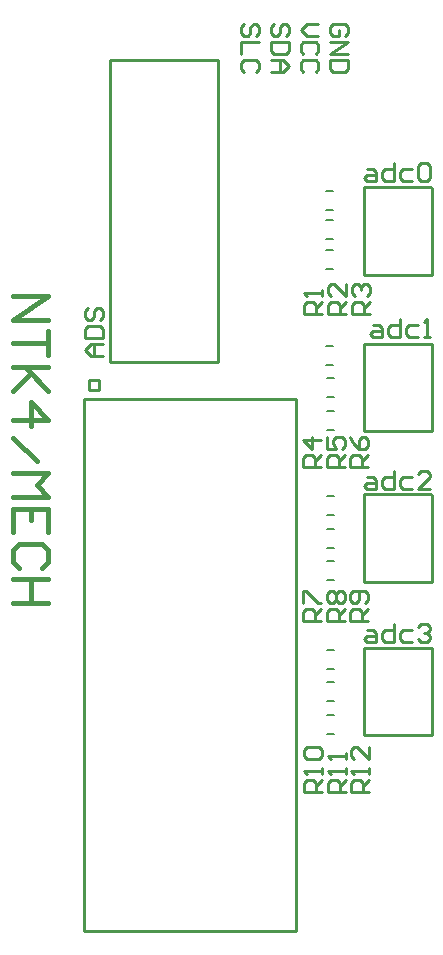
<source format=gto>
G04*
G04 #@! TF.GenerationSoftware,Altium Limited,Altium Designer,18.0.9 (584)*
G04*
G04 Layer_Color=65535*
%FSLAX42Y42*%
%MOMM*%
G71*
G01*
G75*
%ADD10C,0.20*%
%ADD11C,0.25*%
%ADD12C,0.40*%
D10*
X2697Y1695D02*
X2757D01*
X2697Y1855D02*
X2757D01*
X2695Y2130D02*
X2755D01*
X2695Y1970D02*
X2755D01*
X2695Y2405D02*
X2755D01*
X2695Y2245D02*
X2755D01*
X2695Y2995D02*
X2755D01*
X2695Y3155D02*
X2755D01*
X2695Y3430D02*
X2755D01*
X2695Y3270D02*
X2755D01*
X2695Y3705D02*
X2755D01*
X2695Y3545D02*
X2755D01*
X2695Y4270D02*
X2755D01*
X2695Y4430D02*
X2755D01*
X2695Y4705D02*
X2755D01*
X2695Y4545D02*
X2755D01*
X2693Y4980D02*
X2753D01*
X2693Y4820D02*
X2753D01*
X2690Y5630D02*
X2750D01*
X2690Y5790D02*
X2750D01*
X2690Y6040D02*
X2750D01*
X2690Y5880D02*
X2750D01*
X2690Y6290D02*
X2750D01*
X2690Y6130D02*
X2750D01*
D11*
X3093Y4255D02*
X3350D01*
X3180Y4995D02*
X3348D01*
X3350Y4255D02*
X3585D01*
X3348Y4995D02*
X3583D01*
X3585Y4255D02*
Y4993D01*
X3010Y4255D02*
X3093D01*
X3010D02*
Y4995D01*
X3180D01*
X3093Y2980D02*
X3350D01*
X3180Y3720D02*
X3348D01*
X3350Y2980D02*
X3585D01*
X3348Y3720D02*
X3583D01*
X3585Y2980D02*
Y3717D01*
X3010Y2980D02*
X3093D01*
X3010D02*
Y3720D01*
X3180D01*
X3093Y1680D02*
X3350D01*
X3180Y2420D02*
X3348D01*
X3350Y1680D02*
X3585D01*
X3348Y2420D02*
X3583D01*
X3585Y1680D02*
Y2418D01*
X3010Y1680D02*
X3093D01*
X3010D02*
Y2420D01*
X3180D01*
X3093Y5580D02*
X3350D01*
X3180Y6320D02*
X3348D01*
X3350Y5580D02*
X3585D01*
X3348Y6320D02*
X3583D01*
X3585Y5580D02*
Y6317D01*
X3010Y5580D02*
X3093D01*
X3010D02*
Y6320D01*
X3180D01*
X638Y26D02*
Y4526D01*
Y26D02*
X2438D01*
Y4526D01*
X638D02*
X2438D01*
X860Y4845D02*
X1000D01*
X860D02*
Y4985D01*
Y7398D02*
X1000D01*
X860Y7258D02*
Y7398D01*
Y4985D02*
Y7258D01*
X1000Y4845D02*
X1780D01*
X1000Y7398D02*
X1780D01*
Y4845D02*
Y7398D01*
X2102Y7598D02*
X2127Y7624D01*
Y7675D01*
X2102Y7700D01*
X2077D01*
X2051Y7675D01*
Y7624D01*
X2026Y7598D01*
X2000D01*
X1975Y7624D01*
Y7675D01*
X2000Y7700D01*
X2127Y7548D02*
X1975D01*
Y7446D01*
X2102Y7294D02*
X2127Y7319D01*
Y7370D01*
X2102Y7395D01*
X2000D01*
X1975Y7370D01*
Y7319D01*
X2000Y7294D01*
X2352Y7598D02*
X2377Y7624D01*
Y7675D01*
X2352Y7700D01*
X2327D01*
X2301Y7675D01*
Y7624D01*
X2276Y7598D01*
X2250D01*
X2225Y7624D01*
Y7675D01*
X2250Y7700D01*
X2377Y7548D02*
X2225D01*
Y7471D01*
X2250Y7446D01*
X2352D01*
X2377Y7471D01*
Y7548D01*
X2225Y7395D02*
X2327D01*
X2377Y7345D01*
X2327Y7294D01*
X2225D01*
X2301D01*
Y7395D01*
X2627Y7700D02*
X2526D01*
X2475Y7649D01*
X2526Y7598D01*
X2627D01*
X2602Y7446D02*
X2627Y7471D01*
Y7522D01*
X2602Y7548D01*
X2500D01*
X2475Y7522D01*
Y7471D01*
X2500Y7446D01*
X2602Y7294D02*
X2627Y7319D01*
Y7370D01*
X2602Y7395D01*
X2500D01*
X2475Y7370D01*
Y7319D01*
X2500Y7294D01*
X2852Y7598D02*
X2877Y7624D01*
Y7675D01*
X2852Y7700D01*
X2750D01*
X2725Y7675D01*
Y7624D01*
X2750Y7598D01*
X2801D01*
Y7649D01*
X2725Y7548D02*
X2877D01*
X2725Y7446D01*
X2877D01*
Y7395D02*
X2725D01*
Y7319D01*
X2750Y7294D01*
X2852D01*
X2877Y7319D01*
Y7395D01*
X3085Y5152D02*
X3136D01*
X3162Y5126D01*
Y5050D01*
X3085D01*
X3060Y5075D01*
X3085Y5101D01*
X3162D01*
X3314Y5202D02*
Y5050D01*
X3238D01*
X3212Y5075D01*
Y5126D01*
X3238Y5152D01*
X3314D01*
X3466D02*
X3390D01*
X3365Y5126D01*
Y5075D01*
X3390Y5050D01*
X3466D01*
X3517D02*
X3568D01*
X3542D01*
Y5202D01*
X3517Y5177D01*
X3035Y6477D02*
X3086D01*
X3112Y6451D01*
Y6375D01*
X3035D01*
X3010Y6400D01*
X3035Y6426D01*
X3112D01*
X3264Y6527D02*
Y6375D01*
X3188D01*
X3162Y6400D01*
Y6451D01*
X3188Y6477D01*
X3264D01*
X3416D02*
X3340D01*
X3315Y6451D01*
Y6400D01*
X3340Y6375D01*
X3416D01*
X3467Y6502D02*
X3492Y6527D01*
X3543D01*
X3569Y6502D01*
Y6400D01*
X3543Y6375D01*
X3492D01*
X3467Y6400D01*
Y6502D01*
X3035Y2572D02*
X3086D01*
X3112Y2546D01*
Y2470D01*
X3035D01*
X3010Y2495D01*
X3035Y2521D01*
X3112D01*
X3264Y2622D02*
Y2470D01*
X3188D01*
X3162Y2495D01*
Y2546D01*
X3188Y2572D01*
X3264D01*
X3416D02*
X3340D01*
X3315Y2546D01*
Y2495D01*
X3340Y2470D01*
X3416D01*
X3467Y2597D02*
X3492Y2622D01*
X3543D01*
X3569Y2597D01*
Y2572D01*
X3543Y2546D01*
X3518D01*
X3543D01*
X3569Y2521D01*
Y2495D01*
X3543Y2470D01*
X3492D01*
X3467Y2495D01*
X3035Y3872D02*
X3086D01*
X3112Y3846D01*
Y3770D01*
X3035D01*
X3010Y3795D01*
X3035Y3821D01*
X3112D01*
X3264Y3922D02*
Y3770D01*
X3188D01*
X3162Y3795D01*
Y3846D01*
X3188Y3872D01*
X3264D01*
X3416D02*
X3340D01*
X3315Y3846D01*
Y3795D01*
X3340Y3770D01*
X3416D01*
X3569D02*
X3467D01*
X3569Y3872D01*
Y3897D01*
X3543Y3922D01*
X3492D01*
X3467Y3897D01*
X685Y4608D02*
Y4691D01*
X768D01*
Y4608D01*
X685D01*
X2650Y2650D02*
X2498D01*
Y2726D01*
X2523Y2752D01*
X2574D01*
X2599Y2726D01*
Y2650D01*
Y2701D02*
X2650Y2752D01*
X2498Y2802D02*
Y2904D01*
X2523D01*
X2625Y2802D01*
X2650D01*
X3058Y1200D02*
X2905D01*
Y1276D01*
X2931Y1302D01*
X2981D01*
X3007Y1276D01*
Y1200D01*
Y1251D02*
X3058Y1302D01*
Y1352D02*
Y1403D01*
Y1378D01*
X2905D01*
X2931Y1352D01*
X3058Y1581D02*
Y1479D01*
X2956Y1581D01*
X2931D01*
X2905Y1555D01*
Y1505D01*
X2931Y1479D01*
X2858Y1200D02*
X2705D01*
Y1276D01*
X2731Y1302D01*
X2781D01*
X2807Y1276D01*
Y1200D01*
Y1251D02*
X2858Y1302D01*
Y1352D02*
Y1403D01*
Y1378D01*
X2705D01*
X2731Y1352D01*
X2858Y1479D02*
Y1530D01*
Y1505D01*
X2705D01*
X2731Y1479D01*
X2658Y1200D02*
X2505D01*
Y1276D01*
X2531Y1302D01*
X2581D01*
X2607Y1276D01*
Y1200D01*
Y1251D02*
X2658Y1302D01*
Y1352D02*
Y1403D01*
Y1378D01*
X2505D01*
X2531Y1352D01*
Y1479D02*
X2505Y1505D01*
Y1555D01*
X2531Y1581D01*
X2632D01*
X2658Y1555D01*
Y1505D01*
X2632Y1479D01*
X2531D01*
X3050Y2650D02*
X2898D01*
Y2726D01*
X2923Y2752D01*
X2974D01*
X2999Y2726D01*
Y2650D01*
Y2701D02*
X3050Y2752D01*
X3025Y2802D02*
X3050Y2828D01*
Y2879D01*
X3025Y2904D01*
X2923D01*
X2898Y2879D01*
Y2828D01*
X2923Y2802D01*
X2948D01*
X2974Y2828D01*
Y2904D01*
X2850Y2650D02*
X2698D01*
Y2726D01*
X2723Y2752D01*
X2774D01*
X2799Y2726D01*
Y2650D01*
Y2701D02*
X2850Y2752D01*
X2723Y2802D02*
X2698Y2828D01*
Y2879D01*
X2723Y2904D01*
X2748D01*
X2774Y2879D01*
X2799Y2904D01*
X2825D01*
X2850Y2879D01*
Y2828D01*
X2825Y2802D01*
X2799D01*
X2774Y2828D01*
X2748Y2802D01*
X2723D01*
X2774Y2828D02*
Y2879D01*
X3050Y3950D02*
X2898D01*
Y4026D01*
X2923Y4052D01*
X2974D01*
X2999Y4026D01*
Y3950D01*
Y4001D02*
X3050Y4052D01*
X2898Y4204D02*
X2923Y4153D01*
X2974Y4102D01*
X3025D01*
X3050Y4128D01*
Y4179D01*
X3025Y4204D01*
X2999D01*
X2974Y4179D01*
Y4102D01*
X2850Y3950D02*
X2698D01*
Y4026D01*
X2723Y4052D01*
X2774D01*
X2799Y4026D01*
Y3950D01*
Y4001D02*
X2850Y4052D01*
X2698Y4204D02*
Y4102D01*
X2774D01*
X2748Y4153D01*
Y4179D01*
X2774Y4204D01*
X2825D01*
X2850Y4179D01*
Y4128D01*
X2825Y4102D01*
X2650Y3950D02*
X2498D01*
Y4026D01*
X2523Y4052D01*
X2574D01*
X2599Y4026D01*
Y3950D01*
Y4001D02*
X2650Y4052D01*
Y4179D02*
X2498D01*
X2574Y4102D01*
Y4204D01*
X3060Y5250D02*
X2908D01*
Y5326D01*
X2933Y5352D01*
X2984D01*
X3009Y5326D01*
Y5250D01*
Y5301D02*
X3060Y5352D01*
X2933Y5402D02*
X2908Y5428D01*
Y5479D01*
X2933Y5504D01*
X2958D01*
X2984Y5479D01*
Y5453D01*
Y5479D01*
X3009Y5504D01*
X3035D01*
X3060Y5479D01*
Y5428D01*
X3035Y5402D01*
X2860Y5250D02*
X2708D01*
Y5326D01*
X2733Y5352D01*
X2784D01*
X2809Y5326D01*
Y5250D01*
Y5301D02*
X2860Y5352D01*
Y5504D02*
Y5402D01*
X2758Y5504D01*
X2733D01*
X2708Y5479D01*
Y5428D01*
X2733Y5402D01*
X2660Y5250D02*
X2508D01*
Y5326D01*
X2533Y5352D01*
X2584D01*
X2609Y5326D01*
Y5250D01*
Y5301D02*
X2660Y5352D01*
Y5402D02*
Y5453D01*
Y5428D01*
X2508D01*
X2533Y5402D01*
X800Y4893D02*
X698D01*
X648Y4943D01*
X698Y4994D01*
X800D01*
X724D01*
Y4893D01*
X648Y5045D02*
X800D01*
Y5121D01*
X775Y5146D01*
X673D01*
X648Y5121D01*
Y5045D01*
X673Y5299D02*
X648Y5273D01*
Y5223D01*
X673Y5197D01*
X698D01*
X724Y5223D01*
Y5273D01*
X749Y5299D01*
X775D01*
X800Y5273D01*
Y5223D01*
X775Y5197D01*
D12*
X40Y5400D02*
X340D01*
X40Y5200D01*
X340D01*
Y5100D02*
Y4900D01*
Y5000D01*
X40D01*
X340Y4800D02*
X40D01*
X140D01*
X340Y4600D01*
X190Y4750D01*
X40Y4600D01*
Y4350D02*
X340D01*
X190Y4500D01*
Y4300D01*
X40Y4200D02*
X240Y4000D01*
X40Y3900D02*
X340D01*
X240Y3801D01*
X340Y3701D01*
X40D01*
X340Y3401D02*
Y3601D01*
X40D01*
Y3401D01*
X190Y3601D02*
Y3501D01*
X290Y3101D02*
X340Y3151D01*
Y3251D01*
X290Y3301D01*
X90D01*
X40Y3251D01*
Y3151D01*
X90Y3101D01*
X340Y3001D02*
X40D01*
X190D01*
Y2801D01*
X340D01*
X40D01*
M02*

</source>
